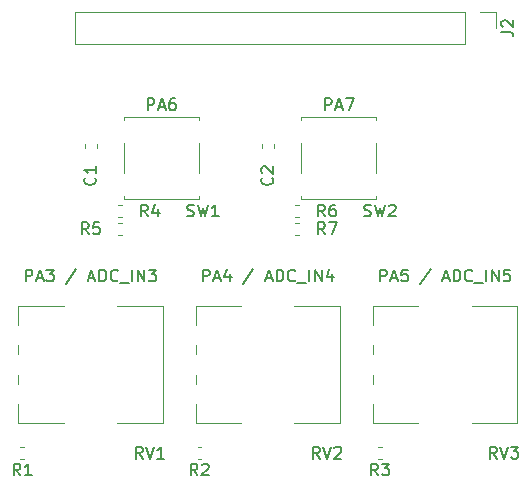
<source format=gbr>
G04 #@! TF.GenerationSoftware,KiCad,Pcbnew,5.1.5*
G04 #@! TF.CreationDate,2020-01-13T20:50:12-05:00*
G04 #@! TF.ProjectId,inputs_addon,696e7075-7473-45f6-9164-646f6e2e6b69,0*
G04 #@! TF.SameCoordinates,Original*
G04 #@! TF.FileFunction,Legend,Top*
G04 #@! TF.FilePolarity,Positive*
%FSLAX46Y46*%
G04 Gerber Fmt 4.6, Leading zero omitted, Abs format (unit mm)*
G04 Created by KiCad (PCBNEW 5.1.5) date 2020-01-13 20:50:12*
%MOMM*%
%LPD*%
G04 APERTURE LIST*
%ADD10C,0.120000*%
%ADD11C,0.150000*%
G04 APERTURE END LIST*
D10*
X196330000Y-102670000D02*
X196330000Y-104000000D01*
X195000000Y-102670000D02*
X196330000Y-102670000D01*
X193730000Y-102670000D02*
X193730000Y-105330000D01*
X193730000Y-105330000D02*
X160650000Y-105330000D01*
X193730000Y-102670000D02*
X160650000Y-102670000D01*
X160650000Y-102670000D02*
X160650000Y-105330000D01*
X186150000Y-113700000D02*
X186150000Y-116300000D01*
X179850000Y-118450000D02*
X179850000Y-118200000D01*
X186150000Y-118450000D02*
X179850000Y-118450000D01*
X186150000Y-118200000D02*
X186150000Y-118450000D01*
X179850000Y-116300000D02*
X179850000Y-113700000D01*
X186150000Y-111550000D02*
X186150000Y-111800000D01*
X179850000Y-111550000D02*
X186150000Y-111550000D01*
X179850000Y-111800000D02*
X179850000Y-111550000D01*
X171150000Y-113700000D02*
X171150000Y-116300000D01*
X164850000Y-118450000D02*
X164850000Y-118200000D01*
X171150000Y-118450000D02*
X164850000Y-118450000D01*
X171150000Y-118200000D02*
X171150000Y-118450000D01*
X164850000Y-116300000D02*
X164850000Y-113700000D01*
X171150000Y-111550000D02*
X171150000Y-111800000D01*
X164850000Y-111550000D02*
X171150000Y-111550000D01*
X164850000Y-111800000D02*
X164850000Y-111550000D01*
X198120000Y-127530000D02*
X198120000Y-137470000D01*
X185880000Y-135870000D02*
X185880000Y-137470000D01*
X185880000Y-133371000D02*
X185880000Y-134130000D01*
X185880000Y-130871000D02*
X185880000Y-131630000D01*
X185880000Y-127530000D02*
X185880000Y-129129000D01*
X194255000Y-137470000D02*
X198120000Y-137470000D01*
X185880000Y-137470000D02*
X189745000Y-137470000D01*
X194255000Y-127530000D02*
X198120000Y-127530000D01*
X185880000Y-127530000D02*
X189745000Y-127530000D01*
X183120000Y-127530000D02*
X183120000Y-137470000D01*
X170880000Y-135870000D02*
X170880000Y-137470000D01*
X170880000Y-133371000D02*
X170880000Y-134130000D01*
X170880000Y-130871000D02*
X170880000Y-131630000D01*
X170880000Y-127530000D02*
X170880000Y-129129000D01*
X179255000Y-137470000D02*
X183120000Y-137470000D01*
X170880000Y-137470000D02*
X174745000Y-137470000D01*
X179255000Y-127530000D02*
X183120000Y-127530000D01*
X170880000Y-127530000D02*
X174745000Y-127530000D01*
X168120000Y-127530000D02*
X168120000Y-137470000D01*
X155880000Y-135870000D02*
X155880000Y-137470000D01*
X155880000Y-133371000D02*
X155880000Y-134130000D01*
X155880000Y-130871000D02*
X155880000Y-131630000D01*
X155880000Y-127530000D02*
X155880000Y-129129000D01*
X164255000Y-137470000D02*
X168120000Y-137470000D01*
X155880000Y-137470000D02*
X159745000Y-137470000D01*
X164255000Y-127530000D02*
X168120000Y-127530000D01*
X155880000Y-127530000D02*
X159745000Y-127530000D01*
X179662779Y-120490000D02*
X179337221Y-120490000D01*
X179662779Y-121510000D02*
X179337221Y-121510000D01*
X179337221Y-120010000D02*
X179662779Y-120010000D01*
X179337221Y-118990000D02*
X179662779Y-118990000D01*
X164337221Y-121510000D02*
X164662779Y-121510000D01*
X164337221Y-120490000D02*
X164662779Y-120490000D01*
X164662779Y-118990000D02*
X164337221Y-118990000D01*
X164662779Y-120010000D02*
X164337221Y-120010000D01*
X186662779Y-139490000D02*
X186337221Y-139490000D01*
X186662779Y-140510000D02*
X186337221Y-140510000D01*
X171375279Y-139490000D02*
X171049721Y-139490000D01*
X171375279Y-140510000D02*
X171049721Y-140510000D01*
X156375279Y-139490000D02*
X156049721Y-139490000D01*
X156375279Y-140510000D02*
X156049721Y-140510000D01*
X177510000Y-114162779D02*
X177510000Y-113837221D01*
X176490000Y-114162779D02*
X176490000Y-113837221D01*
X162510000Y-114162779D02*
X162510000Y-113837221D01*
X161490000Y-114162779D02*
X161490000Y-113837221D01*
D11*
X196782380Y-104333333D02*
X197496666Y-104333333D01*
X197639523Y-104380952D01*
X197734761Y-104476190D01*
X197782380Y-104619047D01*
X197782380Y-104714285D01*
X196877619Y-103904761D02*
X196830000Y-103857142D01*
X196782380Y-103761904D01*
X196782380Y-103523809D01*
X196830000Y-103428571D01*
X196877619Y-103380952D01*
X196972857Y-103333333D01*
X197068095Y-103333333D01*
X197210952Y-103380952D01*
X197782380Y-103952380D01*
X197782380Y-103333333D01*
X185166666Y-119904761D02*
X185309523Y-119952380D01*
X185547619Y-119952380D01*
X185642857Y-119904761D01*
X185690476Y-119857142D01*
X185738095Y-119761904D01*
X185738095Y-119666666D01*
X185690476Y-119571428D01*
X185642857Y-119523809D01*
X185547619Y-119476190D01*
X185357142Y-119428571D01*
X185261904Y-119380952D01*
X185214285Y-119333333D01*
X185166666Y-119238095D01*
X185166666Y-119142857D01*
X185214285Y-119047619D01*
X185261904Y-119000000D01*
X185357142Y-118952380D01*
X185595238Y-118952380D01*
X185738095Y-119000000D01*
X186071428Y-118952380D02*
X186309523Y-119952380D01*
X186500000Y-119238095D01*
X186690476Y-119952380D01*
X186928571Y-118952380D01*
X187261904Y-119047619D02*
X187309523Y-119000000D01*
X187404761Y-118952380D01*
X187642857Y-118952380D01*
X187738095Y-119000000D01*
X187785714Y-119047619D01*
X187833333Y-119142857D01*
X187833333Y-119238095D01*
X187785714Y-119380952D01*
X187214285Y-119952380D01*
X187833333Y-119952380D01*
X181833333Y-110952380D02*
X181833333Y-109952380D01*
X182214285Y-109952380D01*
X182309523Y-110000000D01*
X182357142Y-110047619D01*
X182404761Y-110142857D01*
X182404761Y-110285714D01*
X182357142Y-110380952D01*
X182309523Y-110428571D01*
X182214285Y-110476190D01*
X181833333Y-110476190D01*
X182785714Y-110666666D02*
X183261904Y-110666666D01*
X182690476Y-110952380D02*
X183023809Y-109952380D01*
X183357142Y-110952380D01*
X183595238Y-109952380D02*
X184261904Y-109952380D01*
X183833333Y-110952380D01*
X170166666Y-119904761D02*
X170309523Y-119952380D01*
X170547619Y-119952380D01*
X170642857Y-119904761D01*
X170690476Y-119857142D01*
X170738095Y-119761904D01*
X170738095Y-119666666D01*
X170690476Y-119571428D01*
X170642857Y-119523809D01*
X170547619Y-119476190D01*
X170357142Y-119428571D01*
X170261904Y-119380952D01*
X170214285Y-119333333D01*
X170166666Y-119238095D01*
X170166666Y-119142857D01*
X170214285Y-119047619D01*
X170261904Y-119000000D01*
X170357142Y-118952380D01*
X170595238Y-118952380D01*
X170738095Y-119000000D01*
X171071428Y-118952380D02*
X171309523Y-119952380D01*
X171500000Y-119238095D01*
X171690476Y-119952380D01*
X171928571Y-118952380D01*
X172833333Y-119952380D02*
X172261904Y-119952380D01*
X172547619Y-119952380D02*
X172547619Y-118952380D01*
X172452380Y-119095238D01*
X172357142Y-119190476D01*
X172261904Y-119238095D01*
X166833333Y-110952380D02*
X166833333Y-109952380D01*
X167214285Y-109952380D01*
X167309523Y-110000000D01*
X167357142Y-110047619D01*
X167404761Y-110142857D01*
X167404761Y-110285714D01*
X167357142Y-110380952D01*
X167309523Y-110428571D01*
X167214285Y-110476190D01*
X166833333Y-110476190D01*
X167785714Y-110666666D02*
X168261904Y-110666666D01*
X167690476Y-110952380D02*
X168023809Y-109952380D01*
X168357142Y-110952380D01*
X169119047Y-109952380D02*
X168928571Y-109952380D01*
X168833333Y-110000000D01*
X168785714Y-110047619D01*
X168690476Y-110190476D01*
X168642857Y-110380952D01*
X168642857Y-110761904D01*
X168690476Y-110857142D01*
X168738095Y-110904761D01*
X168833333Y-110952380D01*
X169023809Y-110952380D01*
X169119047Y-110904761D01*
X169166666Y-110857142D01*
X169214285Y-110761904D01*
X169214285Y-110523809D01*
X169166666Y-110428571D01*
X169119047Y-110380952D01*
X169023809Y-110333333D01*
X168833333Y-110333333D01*
X168738095Y-110380952D01*
X168690476Y-110428571D01*
X168642857Y-110523809D01*
X196404761Y-140452380D02*
X196071428Y-139976190D01*
X195833333Y-140452380D02*
X195833333Y-139452380D01*
X196214285Y-139452380D01*
X196309523Y-139500000D01*
X196357142Y-139547619D01*
X196404761Y-139642857D01*
X196404761Y-139785714D01*
X196357142Y-139880952D01*
X196309523Y-139928571D01*
X196214285Y-139976190D01*
X195833333Y-139976190D01*
X196690476Y-139452380D02*
X197023809Y-140452380D01*
X197357142Y-139452380D01*
X197595238Y-139452380D02*
X198214285Y-139452380D01*
X197880952Y-139833333D01*
X198023809Y-139833333D01*
X198119047Y-139880952D01*
X198166666Y-139928571D01*
X198214285Y-140023809D01*
X198214285Y-140261904D01*
X198166666Y-140357142D01*
X198119047Y-140404761D01*
X198023809Y-140452380D01*
X197738095Y-140452380D01*
X197642857Y-140404761D01*
X197595238Y-140357142D01*
X186500000Y-125452380D02*
X186500000Y-124452380D01*
X186880952Y-124452380D01*
X186976190Y-124500000D01*
X187023809Y-124547619D01*
X187071428Y-124642857D01*
X187071428Y-124785714D01*
X187023809Y-124880952D01*
X186976190Y-124928571D01*
X186880952Y-124976190D01*
X186500000Y-124976190D01*
X187452380Y-125166666D02*
X187928571Y-125166666D01*
X187357142Y-125452380D02*
X187690476Y-124452380D01*
X188023809Y-125452380D01*
X188833333Y-124452380D02*
X188357142Y-124452380D01*
X188309523Y-124928571D01*
X188357142Y-124880952D01*
X188452380Y-124833333D01*
X188690476Y-124833333D01*
X188785714Y-124880952D01*
X188833333Y-124928571D01*
X188880952Y-125023809D01*
X188880952Y-125261904D01*
X188833333Y-125357142D01*
X188785714Y-125404761D01*
X188690476Y-125452380D01*
X188452380Y-125452380D01*
X188357142Y-125404761D01*
X188309523Y-125357142D01*
X190785714Y-124404761D02*
X189928571Y-125690476D01*
X191833333Y-125166666D02*
X192309523Y-125166666D01*
X191738095Y-125452380D02*
X192071428Y-124452380D01*
X192404761Y-125452380D01*
X192738095Y-125452380D02*
X192738095Y-124452380D01*
X192976190Y-124452380D01*
X193119047Y-124500000D01*
X193214285Y-124595238D01*
X193261904Y-124690476D01*
X193309523Y-124880952D01*
X193309523Y-125023809D01*
X193261904Y-125214285D01*
X193214285Y-125309523D01*
X193119047Y-125404761D01*
X192976190Y-125452380D01*
X192738095Y-125452380D01*
X194309523Y-125357142D02*
X194261904Y-125404761D01*
X194119047Y-125452380D01*
X194023809Y-125452380D01*
X193880952Y-125404761D01*
X193785714Y-125309523D01*
X193738095Y-125214285D01*
X193690476Y-125023809D01*
X193690476Y-124880952D01*
X193738095Y-124690476D01*
X193785714Y-124595238D01*
X193880952Y-124500000D01*
X194023809Y-124452380D01*
X194119047Y-124452380D01*
X194261904Y-124500000D01*
X194309523Y-124547619D01*
X194500000Y-125547619D02*
X195261904Y-125547619D01*
X195500000Y-125452380D02*
X195500000Y-124452380D01*
X195976190Y-125452380D02*
X195976190Y-124452380D01*
X196547619Y-125452380D01*
X196547619Y-124452380D01*
X197500000Y-124452380D02*
X197023809Y-124452380D01*
X196976190Y-124928571D01*
X197023809Y-124880952D01*
X197119047Y-124833333D01*
X197357142Y-124833333D01*
X197452380Y-124880952D01*
X197500000Y-124928571D01*
X197547619Y-125023809D01*
X197547619Y-125261904D01*
X197500000Y-125357142D01*
X197452380Y-125404761D01*
X197357142Y-125452380D01*
X197119047Y-125452380D01*
X197023809Y-125404761D01*
X196976190Y-125357142D01*
X181404761Y-140452380D02*
X181071428Y-139976190D01*
X180833333Y-140452380D02*
X180833333Y-139452380D01*
X181214285Y-139452380D01*
X181309523Y-139500000D01*
X181357142Y-139547619D01*
X181404761Y-139642857D01*
X181404761Y-139785714D01*
X181357142Y-139880952D01*
X181309523Y-139928571D01*
X181214285Y-139976190D01*
X180833333Y-139976190D01*
X181690476Y-139452380D02*
X182023809Y-140452380D01*
X182357142Y-139452380D01*
X182642857Y-139547619D02*
X182690476Y-139500000D01*
X182785714Y-139452380D01*
X183023809Y-139452380D01*
X183119047Y-139500000D01*
X183166666Y-139547619D01*
X183214285Y-139642857D01*
X183214285Y-139738095D01*
X183166666Y-139880952D01*
X182595238Y-140452380D01*
X183214285Y-140452380D01*
X171500000Y-125452380D02*
X171500000Y-124452380D01*
X171880952Y-124452380D01*
X171976190Y-124500000D01*
X172023809Y-124547619D01*
X172071428Y-124642857D01*
X172071428Y-124785714D01*
X172023809Y-124880952D01*
X171976190Y-124928571D01*
X171880952Y-124976190D01*
X171500000Y-124976190D01*
X172452380Y-125166666D02*
X172928571Y-125166666D01*
X172357142Y-125452380D02*
X172690476Y-124452380D01*
X173023809Y-125452380D01*
X173785714Y-124785714D02*
X173785714Y-125452380D01*
X173547619Y-124404761D02*
X173309523Y-125119047D01*
X173928571Y-125119047D01*
X175785714Y-124404761D02*
X174928571Y-125690476D01*
X176833333Y-125166666D02*
X177309523Y-125166666D01*
X176738095Y-125452380D02*
X177071428Y-124452380D01*
X177404761Y-125452380D01*
X177738095Y-125452380D02*
X177738095Y-124452380D01*
X177976190Y-124452380D01*
X178119047Y-124500000D01*
X178214285Y-124595238D01*
X178261904Y-124690476D01*
X178309523Y-124880952D01*
X178309523Y-125023809D01*
X178261904Y-125214285D01*
X178214285Y-125309523D01*
X178119047Y-125404761D01*
X177976190Y-125452380D01*
X177738095Y-125452380D01*
X179309523Y-125357142D02*
X179261904Y-125404761D01*
X179119047Y-125452380D01*
X179023809Y-125452380D01*
X178880952Y-125404761D01*
X178785714Y-125309523D01*
X178738095Y-125214285D01*
X178690476Y-125023809D01*
X178690476Y-124880952D01*
X178738095Y-124690476D01*
X178785714Y-124595238D01*
X178880952Y-124500000D01*
X179023809Y-124452380D01*
X179119047Y-124452380D01*
X179261904Y-124500000D01*
X179309523Y-124547619D01*
X179500000Y-125547619D02*
X180261904Y-125547619D01*
X180500000Y-125452380D02*
X180500000Y-124452380D01*
X180976190Y-125452380D02*
X180976190Y-124452380D01*
X181547619Y-125452380D01*
X181547619Y-124452380D01*
X182452380Y-124785714D02*
X182452380Y-125452380D01*
X182214285Y-124404761D02*
X181976190Y-125119047D01*
X182595238Y-125119047D01*
X166404761Y-140452380D02*
X166071428Y-139976190D01*
X165833333Y-140452380D02*
X165833333Y-139452380D01*
X166214285Y-139452380D01*
X166309523Y-139500000D01*
X166357142Y-139547619D01*
X166404761Y-139642857D01*
X166404761Y-139785714D01*
X166357142Y-139880952D01*
X166309523Y-139928571D01*
X166214285Y-139976190D01*
X165833333Y-139976190D01*
X166690476Y-139452380D02*
X167023809Y-140452380D01*
X167357142Y-139452380D01*
X168214285Y-140452380D02*
X167642857Y-140452380D01*
X167928571Y-140452380D02*
X167928571Y-139452380D01*
X167833333Y-139595238D01*
X167738095Y-139690476D01*
X167642857Y-139738095D01*
X156500000Y-125452380D02*
X156500000Y-124452380D01*
X156880952Y-124452380D01*
X156976190Y-124500000D01*
X157023809Y-124547619D01*
X157071428Y-124642857D01*
X157071428Y-124785714D01*
X157023809Y-124880952D01*
X156976190Y-124928571D01*
X156880952Y-124976190D01*
X156500000Y-124976190D01*
X157452380Y-125166666D02*
X157928571Y-125166666D01*
X157357142Y-125452380D02*
X157690476Y-124452380D01*
X158023809Y-125452380D01*
X158261904Y-124452380D02*
X158880952Y-124452380D01*
X158547619Y-124833333D01*
X158690476Y-124833333D01*
X158785714Y-124880952D01*
X158833333Y-124928571D01*
X158880952Y-125023809D01*
X158880952Y-125261904D01*
X158833333Y-125357142D01*
X158785714Y-125404761D01*
X158690476Y-125452380D01*
X158404761Y-125452380D01*
X158309523Y-125404761D01*
X158261904Y-125357142D01*
X160785714Y-124404761D02*
X159928571Y-125690476D01*
X161833333Y-125166666D02*
X162309523Y-125166666D01*
X161738095Y-125452380D02*
X162071428Y-124452380D01*
X162404761Y-125452380D01*
X162738095Y-125452380D02*
X162738095Y-124452380D01*
X162976190Y-124452380D01*
X163119047Y-124500000D01*
X163214285Y-124595238D01*
X163261904Y-124690476D01*
X163309523Y-124880952D01*
X163309523Y-125023809D01*
X163261904Y-125214285D01*
X163214285Y-125309523D01*
X163119047Y-125404761D01*
X162976190Y-125452380D01*
X162738095Y-125452380D01*
X164309523Y-125357142D02*
X164261904Y-125404761D01*
X164119047Y-125452380D01*
X164023809Y-125452380D01*
X163880952Y-125404761D01*
X163785714Y-125309523D01*
X163738095Y-125214285D01*
X163690476Y-125023809D01*
X163690476Y-124880952D01*
X163738095Y-124690476D01*
X163785714Y-124595238D01*
X163880952Y-124500000D01*
X164023809Y-124452380D01*
X164119047Y-124452380D01*
X164261904Y-124500000D01*
X164309523Y-124547619D01*
X164500000Y-125547619D02*
X165261904Y-125547619D01*
X165500000Y-125452380D02*
X165500000Y-124452380D01*
X165976190Y-125452380D02*
X165976190Y-124452380D01*
X166547619Y-125452380D01*
X166547619Y-124452380D01*
X166928571Y-124452380D02*
X167547619Y-124452380D01*
X167214285Y-124833333D01*
X167357142Y-124833333D01*
X167452380Y-124880952D01*
X167500000Y-124928571D01*
X167547619Y-125023809D01*
X167547619Y-125261904D01*
X167500000Y-125357142D01*
X167452380Y-125404761D01*
X167357142Y-125452380D01*
X167071428Y-125452380D01*
X166976190Y-125404761D01*
X166928571Y-125357142D01*
X181833333Y-121452380D02*
X181500000Y-120976190D01*
X181261904Y-121452380D02*
X181261904Y-120452380D01*
X181642857Y-120452380D01*
X181738095Y-120500000D01*
X181785714Y-120547619D01*
X181833333Y-120642857D01*
X181833333Y-120785714D01*
X181785714Y-120880952D01*
X181738095Y-120928571D01*
X181642857Y-120976190D01*
X181261904Y-120976190D01*
X182166666Y-120452380D02*
X182833333Y-120452380D01*
X182404761Y-121452380D01*
X181833333Y-119952380D02*
X181500000Y-119476190D01*
X181261904Y-119952380D02*
X181261904Y-118952380D01*
X181642857Y-118952380D01*
X181738095Y-119000000D01*
X181785714Y-119047619D01*
X181833333Y-119142857D01*
X181833333Y-119285714D01*
X181785714Y-119380952D01*
X181738095Y-119428571D01*
X181642857Y-119476190D01*
X181261904Y-119476190D01*
X182690476Y-118952380D02*
X182500000Y-118952380D01*
X182404761Y-119000000D01*
X182357142Y-119047619D01*
X182261904Y-119190476D01*
X182214285Y-119380952D01*
X182214285Y-119761904D01*
X182261904Y-119857142D01*
X182309523Y-119904761D01*
X182404761Y-119952380D01*
X182595238Y-119952380D01*
X182690476Y-119904761D01*
X182738095Y-119857142D01*
X182785714Y-119761904D01*
X182785714Y-119523809D01*
X182738095Y-119428571D01*
X182690476Y-119380952D01*
X182595238Y-119333333D01*
X182404761Y-119333333D01*
X182309523Y-119380952D01*
X182261904Y-119428571D01*
X182214285Y-119523809D01*
X161833333Y-121452380D02*
X161500000Y-120976190D01*
X161261904Y-121452380D02*
X161261904Y-120452380D01*
X161642857Y-120452380D01*
X161738095Y-120500000D01*
X161785714Y-120547619D01*
X161833333Y-120642857D01*
X161833333Y-120785714D01*
X161785714Y-120880952D01*
X161738095Y-120928571D01*
X161642857Y-120976190D01*
X161261904Y-120976190D01*
X162738095Y-120452380D02*
X162261904Y-120452380D01*
X162214285Y-120928571D01*
X162261904Y-120880952D01*
X162357142Y-120833333D01*
X162595238Y-120833333D01*
X162690476Y-120880952D01*
X162738095Y-120928571D01*
X162785714Y-121023809D01*
X162785714Y-121261904D01*
X162738095Y-121357142D01*
X162690476Y-121404761D01*
X162595238Y-121452380D01*
X162357142Y-121452380D01*
X162261904Y-121404761D01*
X162214285Y-121357142D01*
X166833333Y-119952380D02*
X166500000Y-119476190D01*
X166261904Y-119952380D02*
X166261904Y-118952380D01*
X166642857Y-118952380D01*
X166738095Y-119000000D01*
X166785714Y-119047619D01*
X166833333Y-119142857D01*
X166833333Y-119285714D01*
X166785714Y-119380952D01*
X166738095Y-119428571D01*
X166642857Y-119476190D01*
X166261904Y-119476190D01*
X167690476Y-119285714D02*
X167690476Y-119952380D01*
X167452380Y-118904761D02*
X167214285Y-119619047D01*
X167833333Y-119619047D01*
X186333333Y-141882380D02*
X186000000Y-141406190D01*
X185761904Y-141882380D02*
X185761904Y-140882380D01*
X186142857Y-140882380D01*
X186238095Y-140930000D01*
X186285714Y-140977619D01*
X186333333Y-141072857D01*
X186333333Y-141215714D01*
X186285714Y-141310952D01*
X186238095Y-141358571D01*
X186142857Y-141406190D01*
X185761904Y-141406190D01*
X186666666Y-140882380D02*
X187285714Y-140882380D01*
X186952380Y-141263333D01*
X187095238Y-141263333D01*
X187190476Y-141310952D01*
X187238095Y-141358571D01*
X187285714Y-141453809D01*
X187285714Y-141691904D01*
X187238095Y-141787142D01*
X187190476Y-141834761D01*
X187095238Y-141882380D01*
X186809523Y-141882380D01*
X186714285Y-141834761D01*
X186666666Y-141787142D01*
X171045833Y-141882380D02*
X170712500Y-141406190D01*
X170474404Y-141882380D02*
X170474404Y-140882380D01*
X170855357Y-140882380D01*
X170950595Y-140930000D01*
X170998214Y-140977619D01*
X171045833Y-141072857D01*
X171045833Y-141215714D01*
X170998214Y-141310952D01*
X170950595Y-141358571D01*
X170855357Y-141406190D01*
X170474404Y-141406190D01*
X171426785Y-140977619D02*
X171474404Y-140930000D01*
X171569642Y-140882380D01*
X171807738Y-140882380D01*
X171902976Y-140930000D01*
X171950595Y-140977619D01*
X171998214Y-141072857D01*
X171998214Y-141168095D01*
X171950595Y-141310952D01*
X171379166Y-141882380D01*
X171998214Y-141882380D01*
X156045833Y-141882380D02*
X155712500Y-141406190D01*
X155474404Y-141882380D02*
X155474404Y-140882380D01*
X155855357Y-140882380D01*
X155950595Y-140930000D01*
X155998214Y-140977619D01*
X156045833Y-141072857D01*
X156045833Y-141215714D01*
X155998214Y-141310952D01*
X155950595Y-141358571D01*
X155855357Y-141406190D01*
X155474404Y-141406190D01*
X156998214Y-141882380D02*
X156426785Y-141882380D01*
X156712500Y-141882380D02*
X156712500Y-140882380D01*
X156617261Y-141025238D01*
X156522023Y-141120476D01*
X156426785Y-141168095D01*
X177357142Y-116666666D02*
X177404761Y-116714285D01*
X177452380Y-116857142D01*
X177452380Y-116952380D01*
X177404761Y-117095238D01*
X177309523Y-117190476D01*
X177214285Y-117238095D01*
X177023809Y-117285714D01*
X176880952Y-117285714D01*
X176690476Y-117238095D01*
X176595238Y-117190476D01*
X176500000Y-117095238D01*
X176452380Y-116952380D01*
X176452380Y-116857142D01*
X176500000Y-116714285D01*
X176547619Y-116666666D01*
X176547619Y-116285714D02*
X176500000Y-116238095D01*
X176452380Y-116142857D01*
X176452380Y-115904761D01*
X176500000Y-115809523D01*
X176547619Y-115761904D01*
X176642857Y-115714285D01*
X176738095Y-115714285D01*
X176880952Y-115761904D01*
X177452380Y-116333333D01*
X177452380Y-115714285D01*
X162357142Y-116666666D02*
X162404761Y-116714285D01*
X162452380Y-116857142D01*
X162452380Y-116952380D01*
X162404761Y-117095238D01*
X162309523Y-117190476D01*
X162214285Y-117238095D01*
X162023809Y-117285714D01*
X161880952Y-117285714D01*
X161690476Y-117238095D01*
X161595238Y-117190476D01*
X161500000Y-117095238D01*
X161452380Y-116952380D01*
X161452380Y-116857142D01*
X161500000Y-116714285D01*
X161547619Y-116666666D01*
X162452380Y-115714285D02*
X162452380Y-116285714D01*
X162452380Y-116000000D02*
X161452380Y-116000000D01*
X161595238Y-116095238D01*
X161690476Y-116190476D01*
X161738095Y-116285714D01*
M02*

</source>
